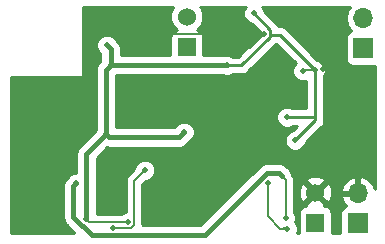
<source format=gbl>
G04 #@! TF.GenerationSoftware,KiCad,Pcbnew,(5.0.0)*
G04 #@! TF.CreationDate,2019-07-19T00:06:37-04:00*
G04 #@! TF.ProjectId,lp_ecg,6C705F6563672E6B696361645F706362,rev?*
G04 #@! TF.SameCoordinates,Original*
G04 #@! TF.FileFunction,Copper,L2,Bot,Signal*
G04 #@! TF.FilePolarity,Positive*
%FSLAX46Y46*%
G04 Gerber Fmt 4.6, Leading zero omitted, Abs format (unit mm)*
G04 Created by KiCad (PCBNEW (5.0.0)) date 07/19/19 00:06:37*
%MOMM*%
%LPD*%
G01*
G04 APERTURE LIST*
G04 #@! TA.AperFunction,ComponentPad*
%ADD10O,1.700000X1.700000*%
G04 #@! TD*
G04 #@! TA.AperFunction,ComponentPad*
%ADD11R,1.700000X1.700000*%
G04 #@! TD*
G04 #@! TA.AperFunction,ComponentPad*
%ADD12R,1.524000X1.524000*%
G04 #@! TD*
G04 #@! TA.AperFunction,ComponentPad*
%ADD13C,1.524000*%
G04 #@! TD*
G04 #@! TA.AperFunction,ViaPad*
%ADD14C,0.508000*%
G04 #@! TD*
G04 #@! TA.AperFunction,Conductor*
%ADD15C,0.152000*%
G04 #@! TD*
G04 #@! TA.AperFunction,Conductor*
%ADD16C,0.457200*%
G04 #@! TD*
G04 #@! TA.AperFunction,Conductor*
%ADD17C,0.229000*%
G04 #@! TD*
G04 #@! TA.AperFunction,Conductor*
%ADD18C,0.254000*%
G04 #@! TD*
G04 APERTURE END LIST*
D10*
G04 #@! TO.P,J1,2*
G04 #@! TO.N,Net-(IC2-Pad7)*
X296450000Y-127160000D03*
D11*
G04 #@! TO.P,J1,1*
G04 #@! TO.N,Net-(IC2-Pad6)*
X296450000Y-129700000D03*
G04 #@! TD*
G04 #@! TO.P,P3,1*
G04 #@! TO.N,5V_in_charge*
X295990000Y-144510000D03*
D10*
G04 #@! TO.P,P3,2*
G04 #@! TO.N,DGND*
X295990000Y-141970000D03*
G04 #@! TD*
D12*
G04 #@! TO.P,P2,1*
G04 #@! TO.N,/SWDCLK*
X281500000Y-129560000D03*
D13*
G04 #@! TO.P,P2,2*
G04 #@! TO.N,/SWDIO*
X281500000Y-127020000D03*
G04 #@! TD*
D12*
G04 #@! TO.P,P1,1*
G04 #@! TO.N,/BATT_IN*
X292380000Y-144450000D03*
D13*
G04 #@! TO.P,P1,2*
G04 #@! TO.N,DGND*
X292380000Y-141910000D03*
G04 #@! TD*
D14*
G04 #@! TO.N,VccSwitch*
X289520000Y-140520000D03*
X289860000Y-144040000D03*
G04 #@! TO.N,DGND*
X279070000Y-128500000D03*
X268986000Y-135610000D03*
X276820000Y-128420000D03*
X282050000Y-141125000D03*
X278000000Y-141486046D03*
X283477609Y-129152609D03*
X285850000Y-129650000D03*
X288050000Y-128450000D03*
X292175000Y-130275000D03*
X293050000Y-131450000D03*
X294400000Y-128475000D03*
X282925000Y-138450000D03*
G04 #@! TO.N,/LOAD_SW_CTRL*
X277940000Y-140010000D03*
X275210000Y-144910000D03*
G04 #@! TO.N,/BATT_IN*
X290000000Y-145010000D03*
X288340000Y-141140000D03*
G04 #@! TO.N,1.8V*
X276550000Y-144420000D03*
X272990000Y-144160000D03*
X274660000Y-136990000D03*
X275050000Y-131125000D03*
X274725000Y-129450000D03*
X281275000Y-136800000D03*
X284875000Y-131150000D03*
X287175000Y-126750000D03*
X292375000Y-131550000D03*
X290675000Y-137500000D03*
X289975000Y-135525000D03*
X291300000Y-131600000D03*
G04 #@! TO.N,DGND*
X269350000Y-145025000D03*
G04 #@! TO.N,VccSwitch*
X272150000Y-141125000D03*
G04 #@! TD*
D15*
G04 #@! TO.N,VccSwitch*
X289520000Y-140520000D02*
X289860000Y-140860000D01*
X289860000Y-140860000D02*
X289860000Y-144040000D01*
G04 #@! TO.N,DGND*
X279070000Y-128500000D02*
X279040000Y-128500000D01*
X268986000Y-135610000D02*
X268990000Y-135610000D01*
X276810000Y-128430000D02*
X276800000Y-128430000D01*
X276820000Y-128420000D02*
X276810000Y-128430000D01*
X283975000Y-129650000D02*
X283477609Y-129152609D01*
X285850000Y-129650000D02*
X283975000Y-129650000D01*
X282825000Y-128500000D02*
X283477609Y-129152609D01*
X279070000Y-128500000D02*
X282825000Y-128500000D01*
X285850000Y-129650000D02*
X286850000Y-129650000D01*
X286850000Y-129650000D02*
X288050000Y-128450000D01*
X292175000Y-130275000D02*
X293050000Y-131150000D01*
X293050000Y-131150000D02*
X293050000Y-131450000D01*
X292600000Y-130275000D02*
X292175000Y-130275000D01*
X294400000Y-128475000D02*
X292600000Y-130275000D01*
X282925000Y-140250000D02*
X282050000Y-141125000D01*
X282925000Y-138450000D02*
X282925000Y-140250000D01*
G04 #@! TO.N,/LOAD_SW_CTRL*
X276773954Y-144910000D02*
X275210000Y-144910000D01*
X277032401Y-144651553D02*
X276773954Y-144910000D01*
X277032401Y-140917599D02*
X277940000Y-140010000D01*
X277032401Y-144651553D02*
X277032401Y-140917599D01*
G04 #@! TO.N,/BATT_IN*
X290000000Y-145010000D02*
X289940000Y-144950000D01*
X289940000Y-144950000D02*
X289370000Y-144960000D01*
X289370000Y-144960000D02*
X288340000Y-143930000D01*
X288340000Y-143930000D02*
X288340000Y-141140000D01*
G04 #@! TO.N,1.8V*
X276550000Y-144420000D02*
X273250000Y-144420000D01*
X273250000Y-144420000D02*
X272990000Y-144160000D01*
D16*
X272990000Y-144160000D02*
X272990000Y-138660000D01*
X272990000Y-138660000D02*
X274660000Y-136990000D01*
X274660000Y-136990000D02*
X274660000Y-131515000D01*
X274660000Y-131515000D02*
X275050000Y-131125000D01*
X275050000Y-131125000D02*
X275050000Y-129775000D01*
X275050000Y-129775000D02*
X274725000Y-129450000D01*
X281021001Y-137053999D02*
X281275000Y-136800000D01*
X280831001Y-137243999D02*
X281021001Y-137053999D01*
X274913999Y-137243999D02*
X280831001Y-137243999D01*
X274660000Y-136990000D02*
X274913999Y-137243999D01*
X284850000Y-131125000D02*
X284875000Y-131150000D01*
X275050000Y-131125000D02*
X284850000Y-131125000D01*
D17*
X285234210Y-131150000D02*
X284875000Y-131150000D01*
X286120934Y-131150000D02*
X285234210Y-131150000D01*
X288570901Y-128700033D02*
X286120934Y-131150000D01*
X287175000Y-126750000D02*
X288570901Y-128145901D01*
X290675000Y-137500000D02*
X292375000Y-135800000D01*
X289400000Y-128575000D02*
X292375000Y-131550000D01*
X288570901Y-128575000D02*
X289400000Y-128575000D01*
X288570901Y-128575000D02*
X288570901Y-128700033D01*
X288570901Y-128145901D02*
X288570901Y-128575000D01*
X292275000Y-135525000D02*
X292375000Y-135625000D01*
X289975000Y-135525000D02*
X292275000Y-135525000D01*
X292375000Y-135800000D02*
X292375000Y-135625000D01*
X292375000Y-135625000D02*
X292375000Y-131550000D01*
D15*
X292375000Y-131550000D02*
X291350000Y-131550000D01*
X291350000Y-131550000D02*
X291300000Y-131600000D01*
D16*
G04 #@! TO.N,VccSwitch*
X289266001Y-140266001D02*
X289520000Y-140520000D01*
X288274197Y-140266001D02*
X289266001Y-140266001D01*
X282995197Y-145545001D02*
X288274197Y-140266001D01*
X273435199Y-145545001D02*
X282995197Y-145545001D01*
X271896001Y-144005803D02*
X273435199Y-145545001D01*
X271896001Y-141378999D02*
X271896001Y-144005803D01*
X272150000Y-141125000D02*
X271896001Y-141378999D01*
G04 #@! TD*
D18*
G04 #@! TO.N,DGND*
G36*
X280315680Y-126228663D02*
X280103000Y-126742119D01*
X280103000Y-127297881D01*
X280315680Y-127811337D01*
X280668690Y-128164347D01*
X280490235Y-128199843D01*
X280280191Y-128340191D01*
X280139843Y-128550235D01*
X280090560Y-128798000D01*
X280090560Y-130261400D01*
X275913600Y-130261400D01*
X275913600Y-129860047D01*
X275930517Y-129774999D01*
X275913600Y-129689951D01*
X275913600Y-129689947D01*
X275863493Y-129438040D01*
X275672620Y-129152380D01*
X275600513Y-129104200D01*
X275504059Y-129007745D01*
X275478658Y-128946422D01*
X275228578Y-128696342D01*
X274901833Y-128561000D01*
X274548167Y-128561000D01*
X274221422Y-128696342D01*
X273971342Y-128946422D01*
X273836000Y-129273167D01*
X273836000Y-129626833D01*
X273971342Y-129953578D01*
X274186401Y-130168637D01*
X274186400Y-130767286D01*
X274109486Y-130844201D01*
X274037381Y-130892380D01*
X273959029Y-131009641D01*
X273846507Y-131178041D01*
X273779483Y-131515000D01*
X273796401Y-131600054D01*
X273796400Y-136632285D01*
X272439486Y-137989200D01*
X272367381Y-138037380D01*
X272254704Y-138206012D01*
X272176507Y-138323041D01*
X272109483Y-138660000D01*
X272126401Y-138745054D01*
X272126401Y-140236000D01*
X271973167Y-140236000D01*
X271646422Y-140371342D01*
X271396342Y-140621422D01*
X271370941Y-140682746D01*
X271345489Y-140708198D01*
X271273381Y-140756379D01*
X271082508Y-141042040D01*
X271032401Y-141293947D01*
X271032401Y-141293950D01*
X271015484Y-141378999D01*
X271032401Y-141464048D01*
X271032402Y-143920749D01*
X271015484Y-144005803D01*
X271082508Y-144342762D01*
X271082509Y-144342763D01*
X271273382Y-144628423D01*
X271345487Y-144676603D01*
X271963884Y-145295000D01*
X266585000Y-145295000D01*
X266585000Y-132127000D01*
X272550000Y-132127000D01*
X272598601Y-132117333D01*
X272639803Y-132089803D01*
X272667333Y-132048601D01*
X272677000Y-132000000D01*
X272677000Y-126185000D01*
X280359343Y-126185000D01*
X280315680Y-126228663D01*
X280315680Y-126228663D01*
G37*
X280315680Y-126228663D02*
X280103000Y-126742119D01*
X280103000Y-127297881D01*
X280315680Y-127811337D01*
X280668690Y-128164347D01*
X280490235Y-128199843D01*
X280280191Y-128340191D01*
X280139843Y-128550235D01*
X280090560Y-128798000D01*
X280090560Y-130261400D01*
X275913600Y-130261400D01*
X275913600Y-129860047D01*
X275930517Y-129774999D01*
X275913600Y-129689951D01*
X275913600Y-129689947D01*
X275863493Y-129438040D01*
X275672620Y-129152380D01*
X275600513Y-129104200D01*
X275504059Y-129007745D01*
X275478658Y-128946422D01*
X275228578Y-128696342D01*
X274901833Y-128561000D01*
X274548167Y-128561000D01*
X274221422Y-128696342D01*
X273971342Y-128946422D01*
X273836000Y-129273167D01*
X273836000Y-129626833D01*
X273971342Y-129953578D01*
X274186401Y-130168637D01*
X274186400Y-130767286D01*
X274109486Y-130844201D01*
X274037381Y-130892380D01*
X273959029Y-131009641D01*
X273846507Y-131178041D01*
X273779483Y-131515000D01*
X273796401Y-131600054D01*
X273796400Y-136632285D01*
X272439486Y-137989200D01*
X272367381Y-138037380D01*
X272254704Y-138206012D01*
X272176507Y-138323041D01*
X272109483Y-138660000D01*
X272126401Y-138745054D01*
X272126401Y-140236000D01*
X271973167Y-140236000D01*
X271646422Y-140371342D01*
X271396342Y-140621422D01*
X271370941Y-140682746D01*
X271345489Y-140708198D01*
X271273381Y-140756379D01*
X271082508Y-141042040D01*
X271032401Y-141293947D01*
X271032401Y-141293950D01*
X271015484Y-141378999D01*
X271032401Y-141464048D01*
X271032402Y-143920749D01*
X271015484Y-144005803D01*
X271082508Y-144342762D01*
X271082509Y-144342763D01*
X271273382Y-144628423D01*
X271345487Y-144676603D01*
X271963884Y-145295000D01*
X266585000Y-145295000D01*
X266585000Y-132127000D01*
X272550000Y-132127000D01*
X272598601Y-132117333D01*
X272639803Y-132089803D01*
X272667333Y-132048601D01*
X272677000Y-132000000D01*
X272677000Y-126185000D01*
X280359343Y-126185000D01*
X280315680Y-126228663D01*
G36*
X295051161Y-126580582D02*
X294935908Y-127160000D01*
X295051161Y-127739418D01*
X295379375Y-128230625D01*
X295397619Y-128242816D01*
X295352235Y-128251843D01*
X295142191Y-128392191D01*
X295001843Y-128602235D01*
X294952560Y-128850000D01*
X294952560Y-130550000D01*
X295001843Y-130797765D01*
X295142191Y-131007809D01*
X295352235Y-131148157D01*
X295600000Y-131197440D01*
X297300000Y-131197440D01*
X297415001Y-131174565D01*
X297415000Y-141573331D01*
X297261645Y-141203076D01*
X296871358Y-140774817D01*
X296346892Y-140528514D01*
X296117000Y-140649181D01*
X296117000Y-141843000D01*
X296137000Y-141843000D01*
X296137000Y-142097000D01*
X296117000Y-142097000D01*
X296117000Y-142117000D01*
X295863000Y-142117000D01*
X295863000Y-142097000D01*
X294669845Y-142097000D01*
X294548524Y-142326890D01*
X294718355Y-142736924D01*
X294995708Y-143041261D01*
X294892235Y-143061843D01*
X294682191Y-143202191D01*
X294541843Y-143412235D01*
X294492560Y-143660000D01*
X294492560Y-145295000D01*
X293772930Y-145295000D01*
X293789440Y-145212000D01*
X293789440Y-143688000D01*
X293740157Y-143440235D01*
X293599809Y-143230191D01*
X293389765Y-143089843D01*
X293142000Y-143040560D01*
X293137484Y-143040560D01*
X293180608Y-142890213D01*
X292380000Y-142089605D01*
X291579392Y-142890213D01*
X291622516Y-143040560D01*
X291618000Y-143040560D01*
X291370235Y-143089843D01*
X291160191Y-143230191D01*
X291019843Y-143440235D01*
X290970560Y-143688000D01*
X290970560Y-145212000D01*
X290987070Y-145295000D01*
X290844196Y-145295000D01*
X290889000Y-145186833D01*
X290889000Y-144833167D01*
X290753658Y-144506422D01*
X290665546Y-144418310D01*
X290749000Y-144216833D01*
X290749000Y-143863167D01*
X290613658Y-143536422D01*
X290571000Y-143493764D01*
X290571000Y-141702302D01*
X290970856Y-141702302D01*
X290998638Y-142257368D01*
X291157603Y-142641143D01*
X291399787Y-142710608D01*
X292200395Y-141910000D01*
X292559605Y-141910000D01*
X293360213Y-142710608D01*
X293602397Y-142641143D01*
X293789144Y-142117698D01*
X293763889Y-141613110D01*
X294548524Y-141613110D01*
X294669845Y-141843000D01*
X295863000Y-141843000D01*
X295863000Y-140649181D01*
X295633108Y-140528514D01*
X295108642Y-140774817D01*
X294718355Y-141203076D01*
X294548524Y-141613110D01*
X293763889Y-141613110D01*
X293761362Y-141562632D01*
X293602397Y-141178857D01*
X293360213Y-141109392D01*
X292559605Y-141910000D01*
X292200395Y-141910000D01*
X291399787Y-141109392D01*
X291157603Y-141178857D01*
X290970856Y-141702302D01*
X290571000Y-141702302D01*
X290571000Y-140930022D01*
X290571046Y-140929787D01*
X291579392Y-140929787D01*
X292380000Y-141730395D01*
X293180608Y-140929787D01*
X293111143Y-140687603D01*
X292587698Y-140500856D01*
X292032632Y-140528638D01*
X291648857Y-140687603D01*
X291579392Y-140929787D01*
X290571046Y-140929787D01*
X290584928Y-140860000D01*
X290571000Y-140789978D01*
X290571000Y-140789974D01*
X290533801Y-140602961D01*
X290529747Y-140582581D01*
X290412269Y-140406764D01*
X290412267Y-140406762D01*
X290409000Y-140401873D01*
X290409000Y-140343167D01*
X290273658Y-140016422D01*
X290023578Y-139766342D01*
X289962254Y-139740941D01*
X289936802Y-139715489D01*
X289888621Y-139643381D01*
X289602961Y-139452508D01*
X289351054Y-139402401D01*
X289351050Y-139402401D01*
X289266001Y-139385484D01*
X289180952Y-139402401D01*
X288359244Y-139402401D01*
X288274196Y-139385484D01*
X288189148Y-139402401D01*
X288189144Y-139402401D01*
X287937237Y-139452508D01*
X287651577Y-139643381D01*
X287603399Y-139715484D01*
X282637484Y-144681401D01*
X277751392Y-144681401D01*
X277757329Y-144651554D01*
X277743401Y-144581533D01*
X277743401Y-141212104D01*
X278056505Y-140899000D01*
X278116833Y-140899000D01*
X278443578Y-140763658D01*
X278693658Y-140513578D01*
X278829000Y-140186833D01*
X278829000Y-139833167D01*
X278693658Y-139506422D01*
X278443578Y-139256342D01*
X278116833Y-139121000D01*
X277763167Y-139121000D01*
X277436422Y-139256342D01*
X277186342Y-139506422D01*
X277051000Y-139833167D01*
X277051000Y-139893495D01*
X276579163Y-140365332D01*
X276519800Y-140404997D01*
X276480135Y-140464360D01*
X276480133Y-140464362D01*
X276412551Y-140565506D01*
X276362655Y-140640181D01*
X276331379Y-140797418D01*
X276307473Y-140917599D01*
X276321402Y-140987624D01*
X276321401Y-143552442D01*
X276046422Y-143666342D01*
X276003764Y-143709000D01*
X273853600Y-143709000D01*
X273853600Y-139017713D01*
X274774538Y-138096777D01*
X274828946Y-138107599D01*
X274828950Y-138107599D01*
X274913999Y-138124516D01*
X274999048Y-138107599D01*
X280745952Y-138107599D01*
X280831001Y-138124516D01*
X280916050Y-138107599D01*
X280916054Y-138107599D01*
X281167961Y-138057492D01*
X281453621Y-137866619D01*
X281501802Y-137794511D01*
X281691800Y-137604514D01*
X281691801Y-137604512D01*
X281717254Y-137579059D01*
X281778578Y-137553658D01*
X282028658Y-137303578D01*
X282164000Y-136976833D01*
X282164000Y-136623167D01*
X282028658Y-136296422D01*
X281778578Y-136046342D01*
X281451833Y-135911000D01*
X281098167Y-135911000D01*
X280771422Y-136046342D01*
X280521342Y-136296422D01*
X280495941Y-136357746D01*
X280473288Y-136380399D01*
X275523600Y-136380399D01*
X275523600Y-131988600D01*
X284576490Y-131988600D01*
X284698167Y-132039000D01*
X285051833Y-132039000D01*
X285378578Y-131903658D01*
X285382736Y-131899500D01*
X286047119Y-131899500D01*
X286120934Y-131914183D01*
X286194749Y-131899500D01*
X286194750Y-131899500D01*
X286413374Y-131856013D01*
X286661293Y-131690359D01*
X286703109Y-131627777D01*
X289006387Y-129324500D01*
X289089548Y-129324500D01*
X290703906Y-130938858D01*
X290546342Y-131096422D01*
X290411000Y-131423167D01*
X290411000Y-131776833D01*
X290546342Y-132103578D01*
X290796422Y-132353658D01*
X291123167Y-132489000D01*
X291476833Y-132489000D01*
X291625501Y-132427420D01*
X291625500Y-134775500D01*
X290482736Y-134775500D01*
X290478578Y-134771342D01*
X290151833Y-134636000D01*
X289798167Y-134636000D01*
X289471422Y-134771342D01*
X289221342Y-135021422D01*
X289086000Y-135348167D01*
X289086000Y-135701833D01*
X289221342Y-136028578D01*
X289471422Y-136278658D01*
X289798167Y-136414000D01*
X290151833Y-136414000D01*
X290478578Y-136278658D01*
X290482736Y-136274500D01*
X290840548Y-136274500D01*
X290504048Y-136611000D01*
X290498167Y-136611000D01*
X290171422Y-136746342D01*
X289921342Y-136996422D01*
X289786000Y-137323167D01*
X289786000Y-137676833D01*
X289921342Y-138003578D01*
X290171422Y-138253658D01*
X290498167Y-138389000D01*
X290851833Y-138389000D01*
X291178578Y-138253658D01*
X291428658Y-138003578D01*
X291564000Y-137676833D01*
X291564000Y-137670952D01*
X292852781Y-136382172D01*
X292915359Y-136340359D01*
X293081013Y-136092440D01*
X293124500Y-135873816D01*
X293124500Y-135873812D01*
X293139182Y-135800001D01*
X293124500Y-135726189D01*
X293124500Y-135698811D01*
X293139182Y-135624999D01*
X293124500Y-135551188D01*
X293124500Y-132057736D01*
X293128658Y-132053578D01*
X293264000Y-131726833D01*
X293264000Y-131373167D01*
X293128658Y-131046422D01*
X292878578Y-130796342D01*
X292551833Y-130661000D01*
X292545953Y-130661000D01*
X289982175Y-128097223D01*
X289940359Y-128034641D01*
X289692440Y-127868987D01*
X289473816Y-127825500D01*
X289473815Y-127825500D01*
X289400000Y-127810817D01*
X289326185Y-127825500D01*
X289258231Y-127825500D01*
X289111260Y-127605542D01*
X289048682Y-127563729D01*
X288064000Y-126579048D01*
X288064000Y-126573167D01*
X287928658Y-126246422D01*
X287867236Y-126185000D01*
X295315480Y-126185000D01*
X295051161Y-126580582D01*
X295051161Y-126580582D01*
G37*
X295051161Y-126580582D02*
X294935908Y-127160000D01*
X295051161Y-127739418D01*
X295379375Y-128230625D01*
X295397619Y-128242816D01*
X295352235Y-128251843D01*
X295142191Y-128392191D01*
X295001843Y-128602235D01*
X294952560Y-128850000D01*
X294952560Y-130550000D01*
X295001843Y-130797765D01*
X295142191Y-131007809D01*
X295352235Y-131148157D01*
X295600000Y-131197440D01*
X297300000Y-131197440D01*
X297415001Y-131174565D01*
X297415000Y-141573331D01*
X297261645Y-141203076D01*
X296871358Y-140774817D01*
X296346892Y-140528514D01*
X296117000Y-140649181D01*
X296117000Y-141843000D01*
X296137000Y-141843000D01*
X296137000Y-142097000D01*
X296117000Y-142097000D01*
X296117000Y-142117000D01*
X295863000Y-142117000D01*
X295863000Y-142097000D01*
X294669845Y-142097000D01*
X294548524Y-142326890D01*
X294718355Y-142736924D01*
X294995708Y-143041261D01*
X294892235Y-143061843D01*
X294682191Y-143202191D01*
X294541843Y-143412235D01*
X294492560Y-143660000D01*
X294492560Y-145295000D01*
X293772930Y-145295000D01*
X293789440Y-145212000D01*
X293789440Y-143688000D01*
X293740157Y-143440235D01*
X293599809Y-143230191D01*
X293389765Y-143089843D01*
X293142000Y-143040560D01*
X293137484Y-143040560D01*
X293180608Y-142890213D01*
X292380000Y-142089605D01*
X291579392Y-142890213D01*
X291622516Y-143040560D01*
X291618000Y-143040560D01*
X291370235Y-143089843D01*
X291160191Y-143230191D01*
X291019843Y-143440235D01*
X290970560Y-143688000D01*
X290970560Y-145212000D01*
X290987070Y-145295000D01*
X290844196Y-145295000D01*
X290889000Y-145186833D01*
X290889000Y-144833167D01*
X290753658Y-144506422D01*
X290665546Y-144418310D01*
X290749000Y-144216833D01*
X290749000Y-143863167D01*
X290613658Y-143536422D01*
X290571000Y-143493764D01*
X290571000Y-141702302D01*
X290970856Y-141702302D01*
X290998638Y-142257368D01*
X291157603Y-142641143D01*
X291399787Y-142710608D01*
X292200395Y-141910000D01*
X292559605Y-141910000D01*
X293360213Y-142710608D01*
X293602397Y-142641143D01*
X293789144Y-142117698D01*
X293763889Y-141613110D01*
X294548524Y-141613110D01*
X294669845Y-141843000D01*
X295863000Y-141843000D01*
X295863000Y-140649181D01*
X295633108Y-140528514D01*
X295108642Y-140774817D01*
X294718355Y-141203076D01*
X294548524Y-141613110D01*
X293763889Y-141613110D01*
X293761362Y-141562632D01*
X293602397Y-141178857D01*
X293360213Y-141109392D01*
X292559605Y-141910000D01*
X292200395Y-141910000D01*
X291399787Y-141109392D01*
X291157603Y-141178857D01*
X290970856Y-141702302D01*
X290571000Y-141702302D01*
X290571000Y-140930022D01*
X290571046Y-140929787D01*
X291579392Y-140929787D01*
X292380000Y-141730395D01*
X293180608Y-140929787D01*
X293111143Y-140687603D01*
X292587698Y-140500856D01*
X292032632Y-140528638D01*
X291648857Y-140687603D01*
X291579392Y-140929787D01*
X290571046Y-140929787D01*
X290584928Y-140860000D01*
X290571000Y-140789978D01*
X290571000Y-140789974D01*
X290533801Y-140602961D01*
X290529747Y-140582581D01*
X290412269Y-140406764D01*
X290412267Y-140406762D01*
X290409000Y-140401873D01*
X290409000Y-140343167D01*
X290273658Y-140016422D01*
X290023578Y-139766342D01*
X289962254Y-139740941D01*
X289936802Y-139715489D01*
X289888621Y-139643381D01*
X289602961Y-139452508D01*
X289351054Y-139402401D01*
X289351050Y-139402401D01*
X289266001Y-139385484D01*
X289180952Y-139402401D01*
X288359244Y-139402401D01*
X288274196Y-139385484D01*
X288189148Y-139402401D01*
X288189144Y-139402401D01*
X287937237Y-139452508D01*
X287651577Y-139643381D01*
X287603399Y-139715484D01*
X282637484Y-144681401D01*
X277751392Y-144681401D01*
X277757329Y-144651554D01*
X277743401Y-144581533D01*
X277743401Y-141212104D01*
X278056505Y-140899000D01*
X278116833Y-140899000D01*
X278443578Y-140763658D01*
X278693658Y-140513578D01*
X278829000Y-140186833D01*
X278829000Y-139833167D01*
X278693658Y-139506422D01*
X278443578Y-139256342D01*
X278116833Y-139121000D01*
X277763167Y-139121000D01*
X277436422Y-139256342D01*
X277186342Y-139506422D01*
X277051000Y-139833167D01*
X277051000Y-139893495D01*
X276579163Y-140365332D01*
X276519800Y-140404997D01*
X276480135Y-140464360D01*
X276480133Y-140464362D01*
X276412551Y-140565506D01*
X276362655Y-140640181D01*
X276331379Y-140797418D01*
X276307473Y-140917599D01*
X276321402Y-140987624D01*
X276321401Y-143552442D01*
X276046422Y-143666342D01*
X276003764Y-143709000D01*
X273853600Y-143709000D01*
X273853600Y-139017713D01*
X274774538Y-138096777D01*
X274828946Y-138107599D01*
X274828950Y-138107599D01*
X274913999Y-138124516D01*
X274999048Y-138107599D01*
X280745952Y-138107599D01*
X280831001Y-138124516D01*
X280916050Y-138107599D01*
X280916054Y-138107599D01*
X281167961Y-138057492D01*
X281453621Y-137866619D01*
X281501802Y-137794511D01*
X281691800Y-137604514D01*
X281691801Y-137604512D01*
X281717254Y-137579059D01*
X281778578Y-137553658D01*
X282028658Y-137303578D01*
X282164000Y-136976833D01*
X282164000Y-136623167D01*
X282028658Y-136296422D01*
X281778578Y-136046342D01*
X281451833Y-135911000D01*
X281098167Y-135911000D01*
X280771422Y-136046342D01*
X280521342Y-136296422D01*
X280495941Y-136357746D01*
X280473288Y-136380399D01*
X275523600Y-136380399D01*
X275523600Y-131988600D01*
X284576490Y-131988600D01*
X284698167Y-132039000D01*
X285051833Y-132039000D01*
X285378578Y-131903658D01*
X285382736Y-131899500D01*
X286047119Y-131899500D01*
X286120934Y-131914183D01*
X286194749Y-131899500D01*
X286194750Y-131899500D01*
X286413374Y-131856013D01*
X286661293Y-131690359D01*
X286703109Y-131627777D01*
X289006387Y-129324500D01*
X289089548Y-129324500D01*
X290703906Y-130938858D01*
X290546342Y-131096422D01*
X290411000Y-131423167D01*
X290411000Y-131776833D01*
X290546342Y-132103578D01*
X290796422Y-132353658D01*
X291123167Y-132489000D01*
X291476833Y-132489000D01*
X291625501Y-132427420D01*
X291625500Y-134775500D01*
X290482736Y-134775500D01*
X290478578Y-134771342D01*
X290151833Y-134636000D01*
X289798167Y-134636000D01*
X289471422Y-134771342D01*
X289221342Y-135021422D01*
X289086000Y-135348167D01*
X289086000Y-135701833D01*
X289221342Y-136028578D01*
X289471422Y-136278658D01*
X289798167Y-136414000D01*
X290151833Y-136414000D01*
X290478578Y-136278658D01*
X290482736Y-136274500D01*
X290840548Y-136274500D01*
X290504048Y-136611000D01*
X290498167Y-136611000D01*
X290171422Y-136746342D01*
X289921342Y-136996422D01*
X289786000Y-137323167D01*
X289786000Y-137676833D01*
X289921342Y-138003578D01*
X290171422Y-138253658D01*
X290498167Y-138389000D01*
X290851833Y-138389000D01*
X291178578Y-138253658D01*
X291428658Y-138003578D01*
X291564000Y-137676833D01*
X291564000Y-137670952D01*
X292852781Y-136382172D01*
X292915359Y-136340359D01*
X293081013Y-136092440D01*
X293124500Y-135873816D01*
X293124500Y-135873812D01*
X293139182Y-135800001D01*
X293124500Y-135726189D01*
X293124500Y-135698811D01*
X293139182Y-135624999D01*
X293124500Y-135551188D01*
X293124500Y-132057736D01*
X293128658Y-132053578D01*
X293264000Y-131726833D01*
X293264000Y-131373167D01*
X293128658Y-131046422D01*
X292878578Y-130796342D01*
X292551833Y-130661000D01*
X292545953Y-130661000D01*
X289982175Y-128097223D01*
X289940359Y-128034641D01*
X289692440Y-127868987D01*
X289473816Y-127825500D01*
X289473815Y-127825500D01*
X289400000Y-127810817D01*
X289326185Y-127825500D01*
X289258231Y-127825500D01*
X289111260Y-127605542D01*
X289048682Y-127563729D01*
X288064000Y-126579048D01*
X288064000Y-126573167D01*
X287928658Y-126246422D01*
X287867236Y-126185000D01*
X295315480Y-126185000D01*
X295051161Y-126580582D01*
G36*
X286421342Y-126246422D02*
X286286000Y-126573167D01*
X286286000Y-126926833D01*
X286421342Y-127253578D01*
X286671422Y-127503658D01*
X286998167Y-127639000D01*
X287004048Y-127639000D01*
X287788014Y-128422967D01*
X285810482Y-130400500D01*
X285382736Y-130400500D01*
X285378578Y-130396342D01*
X285208476Y-130325883D01*
X285186960Y-130311507D01*
X285161580Y-130306459D01*
X285051833Y-130261000D01*
X284933038Y-130261000D01*
X284850000Y-130244483D01*
X284766962Y-130261000D01*
X284698167Y-130261000D01*
X284697201Y-130261400D01*
X282909440Y-130261400D01*
X282909440Y-128798000D01*
X282860157Y-128550235D01*
X282719809Y-128340191D01*
X282509765Y-128199843D01*
X282331310Y-128164347D01*
X282684320Y-127811337D01*
X282897000Y-127297881D01*
X282897000Y-126742119D01*
X282684320Y-126228663D01*
X282640657Y-126185000D01*
X286482764Y-126185000D01*
X286421342Y-126246422D01*
X286421342Y-126246422D01*
G37*
X286421342Y-126246422D02*
X286286000Y-126573167D01*
X286286000Y-126926833D01*
X286421342Y-127253578D01*
X286671422Y-127503658D01*
X286998167Y-127639000D01*
X287004048Y-127639000D01*
X287788014Y-128422967D01*
X285810482Y-130400500D01*
X285382736Y-130400500D01*
X285378578Y-130396342D01*
X285208476Y-130325883D01*
X285186960Y-130311507D01*
X285161580Y-130306459D01*
X285051833Y-130261000D01*
X284933038Y-130261000D01*
X284850000Y-130244483D01*
X284766962Y-130261000D01*
X284698167Y-130261000D01*
X284697201Y-130261400D01*
X282909440Y-130261400D01*
X282909440Y-128798000D01*
X282860157Y-128550235D01*
X282719809Y-128340191D01*
X282509765Y-128199843D01*
X282331310Y-128164347D01*
X282684320Y-127811337D01*
X282897000Y-127297881D01*
X282897000Y-126742119D01*
X282684320Y-126228663D01*
X282640657Y-126185000D01*
X286482764Y-126185000D01*
X286421342Y-126246422D01*
G04 #@! TD*
M02*

</source>
